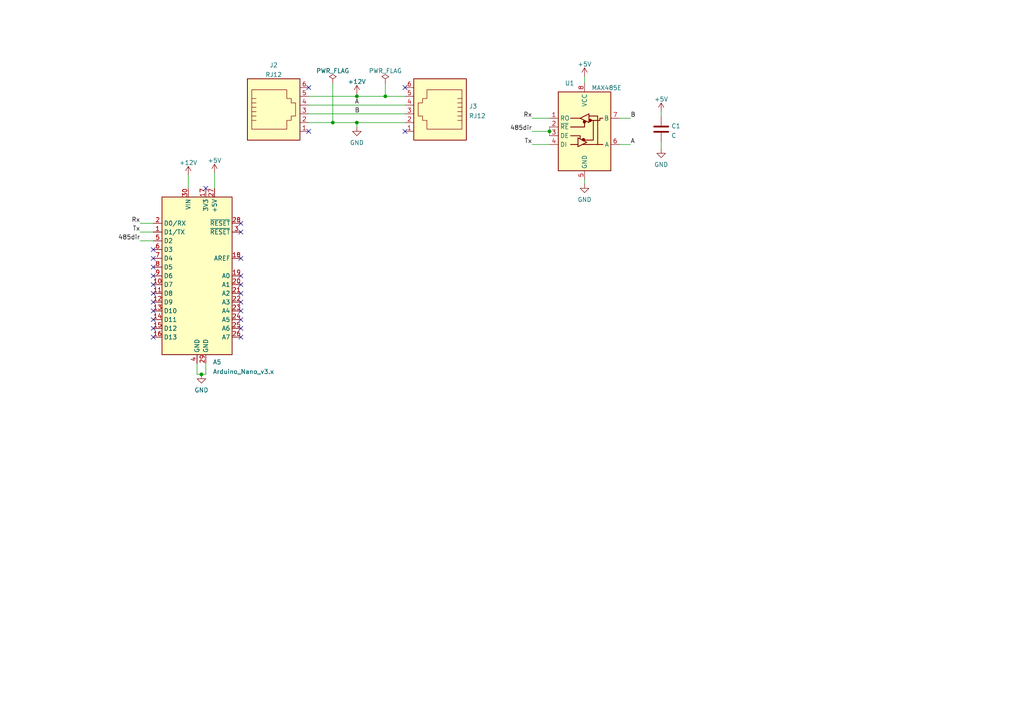
<source format=kicad_sch>
(kicad_sch (version 20211123) (generator eeschema)
  (paper "A4")
  (lib_symbols
    (symbol "Connector:RJ12" (pin_names (offset 1.016))
      (property "Reference" "J" (at -5.08 11.43 0))
      (property "Value" "RJ12" (at 2.54 11.43 0))
      (symbol "RJ12_0_1"
        (polyline (pts (xy -6.35 -1.905) (xy -5.08 -1.905) (xy -5.08 -1.905)))
        (polyline (pts (xy -6.35 -0.635) (xy -5.08 -0.635) (xy -5.08 -0.635)))
        (polyline (pts (xy -6.35 0.635) (xy -5.08 0.635) (xy -5.08 0.635)))
        (polyline (pts (xy -6.35 1.905) (xy -5.08 1.905) (xy -5.08 1.905)))
        (polyline (pts (xy -6.35 3.175) (xy -5.08 3.175) (xy -5.08 3.175)))
        (polyline (pts (xy -5.08 4.445) (xy -6.35 4.445) (xy -6.35 4.445)))
        (polyline (pts (xy -6.35 -4.445) (xy -6.35 6.985) (xy 3.81 6.985) (xy 3.81 4.445) (xy 5.08 4.445) (xy 5.08 3.175) (xy 6.35 3.175) (xy 6.35 -0.635) (xy 5.08 -0.635) (xy 5.08 -1.905) (xy 3.81 -1.905) (xy 3.81 -4.445) (xy -6.35 -4.445) (xy -6.35 -4.445)))
        (rectangle (start 7.62 10.16) (end -7.62 -7.62) (stroke (width 0.254)) (fill (type background)))
      )
      (symbol "RJ12_1_1"
        (pin passive line (at 10.16 -5.08 180) (length 2.54) (name "~") (number "1"))
        (pin passive line (at 10.16 -2.54 180) (length 2.54) (name "~") (number "2"))
        (pin passive line (at 10.16 0 180) (length 2.54) (name "~") (number "3"))
        (pin passive line (at 10.16 2.54 180) (length 2.54) (name "~") (number "4"))
        (pin passive line (at 10.16 5.08 180) (length 2.54) (name "~") (number "5"))
        (pin passive line (at 10.16 7.62 180) (length 2.54) (name "~") (number "6"))
      )
    )
    (symbol "Device:C" (pin_numbers hide) (pin_names (offset 0.254))
      (property "Reference" "C" (at 0.635 2.54 0))
      (property "Value" "C" (at 0.635 -2.54 0))
      (symbol "C_0_1"
        (polyline (pts (xy -2.032 -0.762) (xy 2.032 -0.762)) (stroke (width 0.508)))
        (polyline (pts (xy -2.032 0.762) (xy 2.032 0.762)) (stroke (width 0.508)))
      )
      (symbol "C_1_1"
        (pin passive line (at 0 3.81 270) (length 2.794) (name "~") (number "1"))
        (pin passive line (at 0 -3.81 90) (length 2.794) (name "~") (number "2"))
      )
    )
    (symbol "Interface_UART:MAX485E"
      (property "Reference" "U" (at -6.096 11.43 0))
      (property "Value" "MAX485E" (at 0.762 11.43 0))
      (symbol "MAX485E_0_1"
        (rectangle (start -7.62 10.16) (end 7.62 -12.7) (stroke (width 0.254)) (fill (type background)))
        (circle (center -0.3048 -3.683) (radius 0.3556) (stroke (width 0.254)) (fill (type outline)))
        (circle (center -0.0254 1.4986) (radius 0.3556) (stroke (width 0.254)) (fill (type outline)))
        (polyline (pts (xy -4.064 -5.08) (xy -1.905 -5.08)) (stroke (width 0.254)))
        (polyline (pts (xy -4.064 2.54) (xy -1.27 2.54)) (stroke (width 0.254)))
        (polyline (pts (xy -1.27 -3.2004) (xy -1.27 -3.4544)) (stroke (width 0.254)))
        (polyline (pts (xy -0.635 -5.08) (xy 5.334 -5.08)) (stroke (width 0.254)))
        (polyline (pts (xy -4.064 -2.54) (xy -1.27 -2.54) (xy -1.27 -3.175)) (stroke (width 0.254)))
        (polyline (pts (xy 0 1.27) (xy 0 0) (xy -4.064 0)) (stroke (width 0.254)))
        (polyline (pts (xy 1.27 3.175) (xy 3.81 3.175) (xy 3.81 -5.08)) (stroke (width 0.254)))
        (polyline (pts (xy 2.54 1.905) (xy 2.54 -3.81) (xy 0 -3.81)) (stroke (width 0.254)))
        (polyline (pts (xy -1.905 -3.175) (xy -1.905 -5.715) (xy 0.635 -4.445) (xy -1.905 -3.175)) (stroke (width 0.254)))
        (polyline (pts (xy -1.27 2.54) (xy 1.27 3.81) (xy 1.27 1.27) (xy -1.27 2.54)) (stroke (width 0.254)))
        (polyline (pts (xy 1.905 1.905) (xy 4.445 1.905) (xy 4.445 2.54) (xy 5.334 2.54)) (stroke (width 0.254)))
        (rectangle (start 1.27 3.175) (end 1.27 3.175))
        (circle (center 1.651 1.905) (radius 0.3556) (stroke (width 0.254)) (fill (type outline)))
      )
      (symbol "MAX485E_1_1"
        (pin output line (at -10.16 2.54 0) (length 2.54) (name "RO") (number "1"))
        (pin input line (at -10.16 0 0) (length 2.54) (name "~{RE}") (number "2"))
        (pin input line (at -10.16 -2.54 0) (length 2.54) (name "DE") (number "3"))
        (pin input line (at -10.16 -5.08 0) (length 2.54) (name "DI") (number "4"))
        (pin power_in line (at 0 -15.24 90) (length 2.54) (name "GND") (number "5"))
        (pin bidirectional line (at 10.16 -5.08 180) (length 2.54) (name "A") (number "6"))
        (pin bidirectional line (at 10.16 2.54 180) (length 2.54) (name "B") (number "7"))
        (pin power_in line (at 0 12.7 270) (length 2.54) (name "VCC") (number "8"))
      )
    )
    (symbol "MCU_Module:Arduino_Nano_v3.x"
      (property "Reference" "A" (at -10.16 23.495 0))
      (property "Value" "Arduino_Nano_v3.x" (at 5.08 -24.13 0))
      (symbol "Arduino_Nano_v3.x_0_1"
        (rectangle (start -10.16 22.86) (end 10.16 -22.86) (stroke (width 0.254)) (fill (type background)))
      )
      (symbol "Arduino_Nano_v3.x_1_1"
        (pin bidirectional line (at -12.7 12.7 0) (length 2.54) (name "D1/TX") (number "1"))
        (pin bidirectional line (at -12.7 -2.54 0) (length 2.54) (name "D7") (number "10"))
        (pin bidirectional line (at -12.7 -5.08 0) (length 2.54) (name "D8") (number "11"))
        (pin bidirectional line (at -12.7 -7.62 0) (length 2.54) (name "D9") (number "12"))
        (pin bidirectional line (at -12.7 -10.16 0) (length 2.54) (name "D10") (number "13"))
        (pin bidirectional line (at -12.7 -12.7 0) (length 2.54) (name "D11") (number "14"))
        (pin bidirectional line (at -12.7 -15.24 0) (length 2.54) (name "D12") (number "15"))
        (pin bidirectional line (at -12.7 -17.78 0) (length 2.54) (name "D13") (number "16"))
        (pin power_out line (at 2.54 25.4 270) (length 2.54) (name "3V3") (number "17"))
        (pin input line (at 12.7 5.08 180) (length 2.54) (name "AREF") (number "18"))
        (pin bidirectional line (at 12.7 0 180) (length 2.54) (name "A0") (number "19"))
        (pin bidirectional line (at -12.7 15.24 0) (length 2.54) (name "D0/RX") (number "2"))
        (pin bidirectional line (at 12.7 -2.54 180) (length 2.54) (name "A1") (number "20"))
        (pin bidirectional line (at 12.7 -5.08 180) (length 2.54) (name "A2") (number "21"))
        (pin bidirectional line (at 12.7 -7.62 180) (length 2.54) (name "A3") (number "22"))
        (pin bidirectional line (at 12.7 -10.16 180) (length 2.54) (name "A4") (number "23"))
        (pin bidirectional line (at 12.7 -12.7 180) (length 2.54) (name "A5") (number "24"))
        (pin bidirectional line (at 12.7 -15.24 180) (length 2.54) (name "A6") (number "25"))
        (pin bidirectional line (at 12.7 -17.78 180) (length 2.54) (name "A7") (number "26"))
        (pin power_out line (at 5.08 25.4 270) (length 2.54) (name "+5V") (number "27"))
        (pin input line (at 12.7 15.24 180) (length 2.54) (name "~{RESET}") (number "28"))
        (pin power_in line (at 2.54 -25.4 90) (length 2.54) (name "GND") (number "29"))
        (pin input line (at 12.7 12.7 180) (length 2.54) (name "~{RESET}") (number "3"))
        (pin power_in line (at -2.54 25.4 270) (length 2.54) (name "VIN") (number "30"))
        (pin power_in line (at 0 -25.4 90) (length 2.54) (name "GND") (number "4"))
        (pin bidirectional line (at -12.7 10.16 0) (length 2.54) (name "D2") (number "5"))
        (pin bidirectional line (at -12.7 7.62 0) (length 2.54) (name "D3") (number "6"))
        (pin bidirectional line (at -12.7 5.08 0) (length 2.54) (name "D4") (number "7"))
        (pin bidirectional line (at -12.7 2.54 0) (length 2.54) (name "D5") (number "8"))
        (pin bidirectional line (at -12.7 0 0) (length 2.54) (name "D6") (number "9"))
      )
    )
    (symbol "power:+12V" (power) (pin_names (offset 0))
      (property "Value" "+12V" (at 0 3.556 0))
      (symbol "+12V_0_1"
        (polyline (pts (xy -0.762 1.27) (xy 0 2.54)))
        (polyline (pts (xy 0 0) (xy 0 2.54)))
        (polyline (pts (xy 0 2.54) (xy 0.762 1.27)))
      )
      (symbol "+12V_1_1"
        (pin power_in line (at 0 0 90) (length 0) hide (name "+12V") (number "1"))
      )
    )
    (symbol "power:+5V" (power) (pin_names (offset 0))
      (property "Value" "+5V" (at 0 3.556 0))
      (symbol "+5V_0_1"
        (polyline (pts (xy -0.762 1.27) (xy 0 2.54)))
        (polyline (pts (xy 0 0) (xy 0 2.54)))
        (polyline (pts (xy 0 2.54) (xy 0.762 1.27)))
      )
      (symbol "+5V_1_1"
        (pin power_in line (at 0 0 90) (length 0) hide (name "+5V") (number "1"))
      )
    )
    (symbol "power:GND" (power) (pin_names (offset 0))
      (property "Value" "GND" (at 0 -3.81 0))
      (symbol "GND_0_1"
        (polyline (pts (xy 0 0) (xy 0 -1.27) (xy 1.27 -1.27) (xy 0 -2.54) (xy -1.27 -1.27) (xy 0 -1.27)))
      )
      (symbol "GND_1_1"
        (pin power_in line (at 0 0 270) (length 0) hide (name "GND") (number "1"))
      )
    )
    (symbol "power:PWR_FLAG" (power) (pin_numbers hide) (pin_names (offset 0) hide)
      (property "Value" "PWR_FLAG" (at 0 3.81 0))
      (symbol "PWR_FLAG_0_0"
        (pin power_out line (at 0 0 90) (length 0) (name "pwr") (number "1"))
      )
      (symbol "PWR_FLAG_0_1"
        (polyline (pts (xy 0 0) (xy 0 1.27) (xy -1.016 1.905) (xy 0 2.54) (xy 1.016 1.905) (xy 0 1.27)))
      )
    )
  )
  (junction (at 111.76 27.94))
  (junction (at 96.52 35.56))
  (junction (at 58.42 108.585))
  (junction (at 159.385 38.1))
  (junction (at 103.505 27.94))
  (junction (at 103.505 35.56))
  (no_connect (at 44.45 87.63))
  (no_connect (at 44.45 90.17))
  (no_connect (at 44.45 92.71))
  (no_connect (at 44.45 95.25))
  (no_connect (at 44.45 77.47))
  (no_connect (at 44.45 85.09))
  (no_connect (at 44.45 82.55))
  (no_connect (at 44.45 74.93))
  (no_connect (at 44.45 72.39))
  (no_connect (at 44.45 80.01))
  (no_connect (at 69.85 85.09))
  (no_connect (at 69.85 87.63))
  (no_connect (at 69.85 90.17))
  (no_connect (at 69.85 82.55))
  (no_connect (at 69.85 92.71))
  (no_connect (at 44.45 97.79))
  (no_connect (at 69.85 67.31))
  (no_connect (at 69.85 80.01))
  (no_connect (at 69.85 64.77))
  (no_connect (at 69.85 74.93))
  (no_connect (at 69.85 95.25))
  (no_connect (at 59.69 54.61))
  (no_connect (at 89.535 25.4))
  (no_connect (at 89.535 38.1))
  (no_connect (at 117.475 25.4))
  (no_connect (at 117.475 38.1))
  (no_connect (at 69.85 97.79))
  (wire (pts (xy 40.64 64.77) (xy 44.45 64.77)))
  (wire (pts (xy 159.385 38.1) (xy 159.385 39.37)))
  (wire (pts (xy 54.61 50.8) (xy 54.61 54.61)))
  (wire (pts (xy 57.15 108.585) (xy 57.15 105.41)))
  (wire (pts (xy 111.76 24.13) (xy 111.76 27.94)))
  (wire (pts (xy 111.76 27.94) (xy 117.475 27.94)))
  (wire (pts (xy 154.305 34.29) (xy 159.385 34.29)))
  (wire (pts (xy 96.52 35.56) (xy 103.505 35.56)))
  (wire (pts (xy 154.305 41.91) (xy 159.385 41.91)))
  (wire (pts (xy 89.535 33.02) (xy 117.475 33.02)))
  (wire (pts (xy 179.705 41.91) (xy 182.88 41.91)))
  (wire (pts (xy 103.505 35.56) (xy 103.505 36.83)))
  (wire (pts (xy 159.385 38.1) (xy 154.305 38.1)))
  (wire (pts (xy 62.23 50.165) (xy 62.23 54.61)))
  (wire (pts (xy 103.505 35.56) (xy 117.475 35.56)))
  (wire (pts (xy 191.77 41.275) (xy 191.77 43.18)))
  (wire (pts (xy 169.545 52.07) (xy 169.545 53.34)))
  (wire (pts (xy 169.545 22.225) (xy 169.545 24.13)))
  (wire (pts (xy 159.385 36.83) (xy 159.385 38.1)))
  (wire (pts (xy 58.42 108.585) (xy 57.15 108.585)))
  (wire (pts (xy 89.535 27.94) (xy 103.505 27.94)))
  (wire (pts (xy 40.64 69.85) (xy 44.45 69.85)))
  (wire (pts (xy 40.64 67.31) (xy 44.45 67.31)))
  (wire (pts (xy 96.52 24.13) (xy 96.52 35.56)))
  (wire (pts (xy 89.535 30.48) (xy 117.475 30.48)))
  (wire (pts (xy 103.505 27.305) (xy 103.505 27.94)))
  (wire (pts (xy 89.535 35.56) (xy 96.52 35.56)))
  (wire (pts (xy 179.705 34.29) (xy 182.88 34.29)))
  (wire (pts (xy 58.42 108.585) (xy 59.69 108.585)))
  (wire (pts (xy 59.69 105.41) (xy 59.69 108.585)))
  (wire (pts (xy 191.77 32.385) (xy 191.77 33.655)))
  (wire (pts (xy 103.505 27.94) (xy 111.76 27.94)))
  (label "B" (at 182.88 34.29 0))
  (label "485dir" (at 40.64 69.85 180))
  (label "485dir" (at 154.305 38.1 180))
  (label "B" (at 102.87 33.02 0))
  (label "Tx" (at 154.305 41.91 180))
  (label "A" (at 102.87 30.48 0))
  (label "Rx" (at 154.305 34.29 180))
  (label "A" (at 182.88 41.91 0))
  (label "Rx" (at 40.64 64.77 180))
  (label "Tx" (at 40.64 67.31 180))
  (symbol (lib_id "MCU_Module:Arduino_Nano_v3.x") (at 57.15 80.01 0) (unit 1)
    (property "Reference" "A5" (at 61.7094 105.0195 0) (effects (justify left)))
    (property "Value" "Arduino_Nano_v3.x" (at 61.7094 107.7946 0) (effects (justify left)))
    (property "Footprint" "Module:Arduino_Nano" (effects hide))
    (property "Datasheet" "http://www.mouser.com/pdfdocs/Gravitech_Arduino_Nano3_0.pdf" (effects hide))
  )
  (symbol (lib_id "power:+5V") (at 62.23 50.165 0) (unit 1)
    (property "Reference" "#PWR0111" (effects hide))
    (property "Value" "+5V" (at 62.23 46.5605 0))
  )
  (symbol (lib_id "Device:C") (at 191.77 37.465 0) (unit 1)
    (property "Reference" "C1" (at 194.691 36.5565 0) (effects (justify left)))
    (property "Value" "C" (at 194.691 39.3316 0) (effects (justify left)))
    (property "Footprint" "Capacitor_THT:C_Disc_D3.0mm_W1.6mm_P2.50mm" (effects hide))
  )
  (symbol (lib_id "power:PWR_FLAG") (at 96.52 24.13 0) (unit 1)
    (property "Reference" "#FLG0102" (effects hide))
    (property "Value" "PWR_FLAG" (at 96.52 20.5542 0))
  )
  (symbol (lib_id "power:GND") (at 169.545 53.34 0) (unit 1)
    (property "Reference" "#PWR0106" (effects hide))
    (property "Value" "GND" (at 169.545 57.9025 0))
  )
  (symbol (lib_id "Connector:RJ12") (at 127.635 33.02 0) (mirror y) (unit 1)
    (property "Reference" "J3" (at 136.017 30.8415 0) (effects (justify right)))
    (property "Value" "RJ12" (at 136.017 33.6166 0) (effects (justify right)))
    (property "Footprint" "Connector_RJ:RJ12_Amphenol_54601" (effects hide))
  )
  (symbol (lib_id "power:GND") (at 58.42 108.585 0) (unit 1)
    (property "Reference" "#PWR0108" (effects hide))
    (property "Value" "GND" (at 58.42 113.1475 0))
  )
  (symbol (lib_id "power:GND") (at 191.77 43.18 0) (unit 1)
    (property "Reference" "#PWR0105" (effects hide))
    (property "Value" "GND" (at 191.77 47.7425 0))
  )
  (symbol (lib_id "power:PWR_FLAG") (at 111.76 24.13 0) (unit 1)
    (property "Reference" "#FLG0101" (effects hide))
    (property "Value" "PWR_FLAG" (at 111.76 20.5542 0))
  )
  (symbol (lib_id "Connector:RJ12") (at 79.375 33.02 0) (unit 1)
    (property "Reference" "J2" (at 79.375 18.8935 0))
    (property "Value" "RJ12" (at 79.375 21.6686 0))
    (property "Footprint" "Connector_RJ:RJ12_Amphenol_54601" (effects hide))
  )
  (symbol (lib_id "power:+5V") (at 169.545 22.225 0) (unit 1)
    (property "Reference" "#PWR0107" (effects hide))
    (property "Value" "+5V" (at 169.545 18.6205 0))
  )
  (symbol (lib_id "power:GND") (at 103.505 36.83 0) (unit 1)
    (property "Reference" "#PWR0109" (effects hide))
    (property "Value" "GND" (at 103.505 41.3925 0))
  )
  (symbol (lib_id "power:+5V") (at 191.77 32.385 0) (unit 1)
    (property "Reference" "#PWR0104" (effects hide))
    (property "Value" "+5V" (at 191.77 28.7805 0))
  )
  (symbol (lib_id "Interface_UART:MAX485E") (at 169.545 36.83 0) (unit 1)
    (property "Reference" "U1" (at 163.83 24.13 0) (effects (justify left)))
    (property "Value" "MAX485E" (at 171.5644 25.4786 0) (effects (justify left)))
    (property "Footprint" "Package_DIP:DIP-8_W7.62mm" (effects hide))
    (property "Datasheet" "https://datasheets.maximintegrated.com/en/ds/MAX1487E-MAX491E.pdf" (effects hide))
  )
  (symbol (lib_id "power:+12V") (at 103.505 27.305 0) (unit 1)
    (property "Reference" "#PWR0110" (effects hide))
    (property "Value" "+12V" (at 103.505 23.7005 0))
  )
  (symbol (lib_id "power:+12V") (at 54.61 50.8 0) (unit 1)
    (property "Reference" "#PWR0101" (effects hide))
    (property "Value" "+12V" (at 54.61 47.1955 0))
  )
)
</source>
